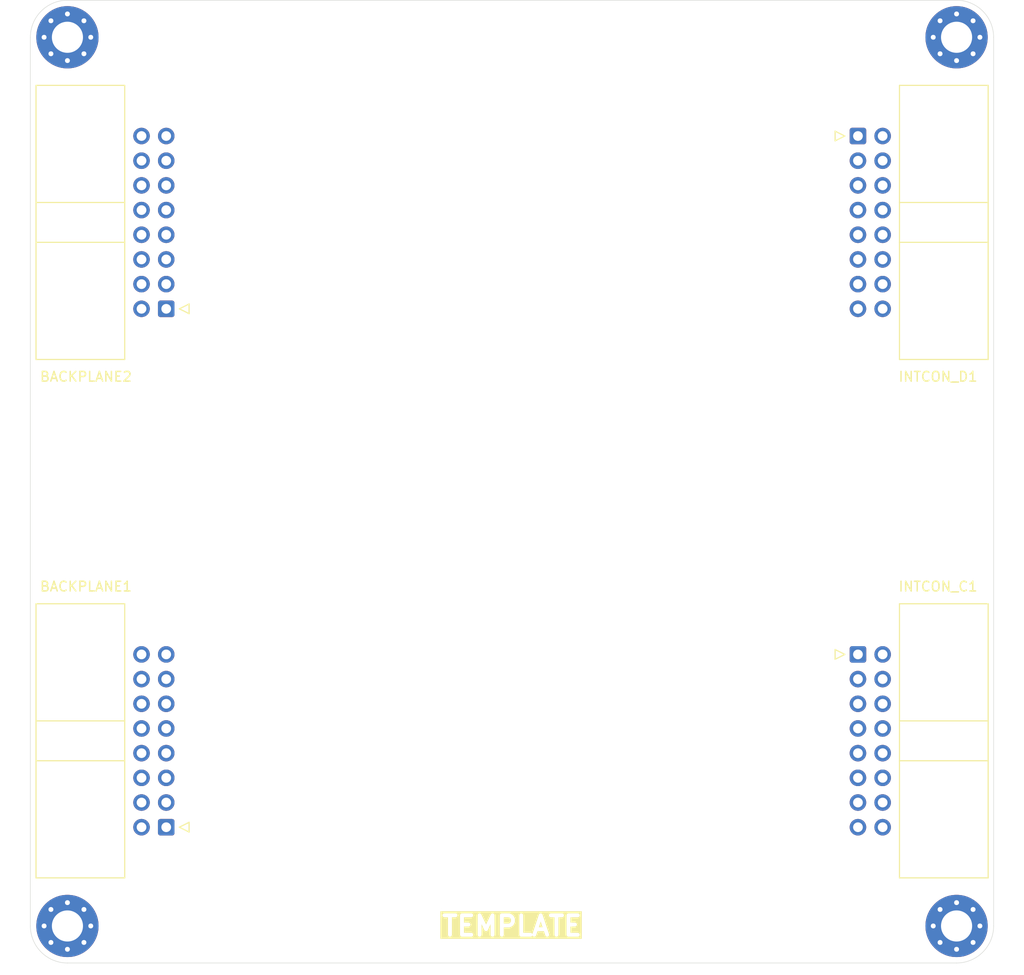
<source format=kicad_pcb>
(kicad_pcb (version 20241229) (generator "pcbnew") (generator_version "9.0")
  (title_block (title "Dual 8-Bit Register Unit") (date "2025-02-13") (rev "PC-01-A"))
  (layers (0 "F.Cu" signal) (2 "B.Cu" signal) (13 "F.Paste" user) (15 "B.Paste" user) (5 "F.SilkS" user "F.Silkscreen") (7 "B.SilkS" user "B.Silkscreen") (1 "F.Mask" user) (3 "B.Mask" user) (25 "Edge.Cuts" user))
  (net 0 "")
  (net 3 "/data3")
  (net 4 "GND")
  (net 5 "/data2")
  (net 6 "/clock")
  (net 7 "/data6")
  (net 8 "/data5")
  (net 9 "/data7")
  (net 10 "VCC")
  (net 11 "/data4")
  (net 12 "/data0")
  (net 13 "/data1")
  (net 14 "/~{enint}")
  (net 15 "/~{clock}")
  (net 16 "/~{disint}")
  (net 17 "/~{reset}")
  (net 18 "/~{halt}")
  (net 19 "/cmd_4")
  (net 20 "/continue")
  (net 21 "/flag_z")
  (net 22 "/step_0")
  (net 23 "/step_3")
  (net 24 "/cmd_3")
  (net 25 "/step_2")
  (net 26 "/cmd_6")
  (net 27 "/cmd_7")
  (net 28 "/cmd_5")
  (net 29 "/flag_c")
  (net 30 "/flag_s")
  (net 31 "/cmd_0")
  (net 32 "/cmd_2")
  (net 33 "/step_1")
  (net 34 "/cmd_1")
  (net 35 "/data_target_1")
  (net 36 "/address_1")
  (net 37 "/action_0")
  (net 38 "/data_source_0")
  (net 39 "/action_3")
  (net 40 "/data_source_1")
  (net 41 "/address_2")
  (net 42 "/data_target_0")
  (net 43 "/data_target_2")
  (net 44 "/data_source_2")
  (net 45 "/action_2")
  (net 46 "/action_1")
  (net 47 "/data_source_3")
  (net 48 "/address_0")
  (net 49 "/action_4")
  (net 50 "/F_{sign}")
  (net 51 "/F_{zero}")
  (net 52 "/F_{carry}")
  (footprint "Connector_IDC:IDC-Header_2x08_P2.54mm_Horizontal" (layer "F.Cu") (at 54.61 54.61 180)
    (property "Reference" "BACKPLANE2" (at 8.255 -6.985 0) (layer "F.SilkS"))
    (property "Value" "Conn_01x16")
    (fp_line (start 13.39 22.99) (end 4.27 22.99) (stroke (width 0.12)) (layer "F.SilkS"))
    (fp_line (start 13.39 -5.21) (end 13.39 22.99) (stroke (width 0.12)) (layer "F.SilkS"))
    (fp_line (start 4.27 22.99) (end 4.27 -5.21) (stroke (width 0.12)) (layer "F.SilkS"))
    (fp_line (start 4.27 10.94) (end 13.39 10.94) (stroke (width 0.12)) (layer "F.SilkS"))
    (fp_line (start 4.27 6.84) (end 13.39 6.84) (stroke (width 0.12)) (layer "F.SilkS"))
    (fp_line (start 4.27 -5.21) (end 13.39 -5.21) (stroke (width 0.12)) (layer "F.SilkS"))
    (fp_line (start -1.35 0) (end -2.35 -0.5) (stroke (width 0.12)) (layer "F.SilkS"))
    (fp_line (start -2.35 0.5) (end -1.35 0) (stroke (width 0.12)) (layer "F.SilkS"))
    (fp_line (start -2.35 -0.5) (end -2.35 0.5) (stroke (width 0.12)) (layer "F.SilkS"))
    (pad "1" thru_hole roundrect (at 0 0 180) (size 1.7 1.7) (drill 1) (layers "*.Cu" "*.Mask") (roundrect_rratio 0.147059) (net 31 "/cmd_0"))
    (pad "2" thru_hole circle (at 2.54 0 180) (size 1.7 1.7) (drill 1) (layers "*.Cu" "*.Mask") (net 34 "/cmd_1"))
    (pad "3" thru_hole circle (at 0 2.54 180) (size 1.7 1.7) (drill 1) (layers "*.Cu" "*.Mask") (net 32 "/cmd_2"))
    (pad "4" thru_hole circle (at 2.54 2.54 180) (size 1.7 1.7) (drill 1) (layers "*.Cu" "*.Mask") (net 24 "/cmd_3"))
    (pad "5" thru_hole circle (at 0 5.08 180) (size 1.7 1.7) (drill 1) (layers "*.Cu" "*.Mask") (net 19 "/cmd_4"))
    (pad "6" thru_hole circle (at 2.54 5.08 180) (size 1.7 1.7) (drill 1) (layers "*.Cu" "*.Mask") (net 28 "/cmd_5"))
    (pad "7" thru_hole circle (at 0 7.62 180) (size 1.7 1.7) (drill 1) (layers "*.Cu" "*.Mask") (net 26 "/cmd_6"))
    (pad "8" thru_hole circle (at 2.54 7.62 180) (size 1.7 1.7) (drill 1) (layers "*.Cu" "*.Mask") (net 27 "/cmd_7"))
    (pad "9" thru_hole circle (at 0 10.16 180) (size 1.7 1.7) (drill 1) (layers "*.Cu" "*.Mask") (net 22 "/step_0"))
    (pad "10" thru_hole circle (at 2.54 10.16 180) (size 1.7 1.7) (drill 1) (layers "*.Cu" "*.Mask") (net 33 "/step_1"))
    (pad "11" thru_hole circle (at 0 12.7 180) (size 1.7 1.7) (drill 1) (layers "*.Cu" "*.Mask") (net 25 "/step_2"))
    (pad "12" thru_hole circle (at 2.54 12.7 180) (size 1.7 1.7) (drill 1) (layers "*.Cu" "*.Mask") (net 23 "/step_3"))
    (pad "13" thru_hole circle (at 0 15.24 180) (size 1.7 1.7) (drill 1) (layers "*.Cu" "*.Mask") (net 29 "/flag_c"))
    (pad "14" thru_hole circle (at 2.54 15.24 180) (size 1.7 1.7) (drill 1) (layers "*.Cu" "*.Mask") (net 21 "/flag_z"))
    (pad "15" thru_hole circle (at 0 17.78 180) (size 1.7 1.7) (drill 1) (layers "*.Cu" "*.Mask") (net 30 "/flag_s"))
    (pad "16" thru_hole circle (at 2.54 17.78 180) (size 1.7 1.7) (drill 1) (layers "*.Cu" "*.Mask") (net 20 "/continue"))
  )
  (footprint "MountingHole:MountingHole_3.2mm_M3_Pad_Via" (layer "F.Cu") (at 135.89 118.11)
    (property "Reference" "H3" (hide yes))
    (property "Value" "MountingHole_Pad")
    (pad "1" thru_hole circle (at -2.4 0) (size 0.8 0.8) (drill 0.5) (layers "*.Cu" "*.Mask") (net 4 "GND"))
    (pad "1" thru_hole circle (at -1.697056 -1.697056) (size 0.8 0.8) (drill 0.5) (layers "*.Cu" "*.Mask") (net 4 "GND"))
    (pad "1" thru_hole circle (at -1.697056 1.697056) (size 0.8 0.8) (drill 0.5) (layers "*.Cu" "*.Mask") (net 4 "GND"))
    (pad "1" thru_hole circle (at 0 -2.4) (size 0.8 0.8) (drill 0.5) (layers "*.Cu" "*.Mask") (net 4 "GND"))
    (pad "1" thru_hole circle (at 0 0) (size 6.4 6.4) (drill 3.2) (layers "*.Cu" "*.Mask") (net 4 "GND"))
    (pad "1" thru_hole circle (at 0 2.4) (size 0.8 0.8) (drill 0.5) (layers "*.Cu" "*.Mask") (net 4 "GND"))
    (pad "1" thru_hole circle (at 1.697056 -1.697056) (size 0.8 0.8) (drill 0.5) (layers "*.Cu" "*.Mask") (net 4 "GND"))
    (pad "1" thru_hole circle (at 1.697056 1.697056) (size 0.8 0.8) (drill 0.5) (layers "*.Cu" "*.Mask") (net 4 "GND"))
    (pad "1" thru_hole circle (at 2.4 0) (size 0.8 0.8) (drill 0.5) (layers "*.Cu" "*.Mask") (net 4 "GND"))
  )
  (footprint "Connector_IDC:IDC-Header_2x08_P2.54mm_Horizontal" (layer "F.Cu") (at 54.61 107.95 180)
    (property "Reference" "BACKPLANE1" (at 8.255 24.765 0) (layer "F.SilkS"))
    (property "Value" "Conn_01x16")
    (fp_line (start 13.39 22.99) (end 4.27 22.99) (stroke (width 0.12)) (layer "F.SilkS"))
    (fp_line (start 13.39 -5.21) (end 13.39 22.99) (stroke (width 0.12)) (layer "F.SilkS"))
    (fp_line (start 4.27 22.99) (end 4.27 -5.21) (stroke (width 0.12)) (layer "F.SilkS"))
    (fp_line (start 4.27 10.94) (end 13.39 10.94) (stroke (width 0.12)) (layer "F.SilkS"))
    (fp_line (start 4.27 6.84) (end 13.39 6.84) (stroke (width 0.12)) (layer "F.SilkS"))
    (fp_line (start 4.27 -5.21) (end 13.39 -5.21) (stroke (width 0.12)) (layer "F.SilkS"))
    (fp_line (start -1.35 0) (end -2.35 -0.5) (stroke (width 0.12)) (layer "F.SilkS"))
    (fp_line (start -2.35 0.5) (end -1.35 0) (stroke (width 0.12)) (layer "F.SilkS"))
    (fp_line (start -2.35 -0.5) (end -2.35 0.5) (stroke (width 0.12)) (layer "F.SilkS"))
    (pad "1" thru_hole roundrect (at 0 0 180) (size 1.7 1.7) (drill 1) (layers "*.Cu" "*.Mask") (roundrect_rratio 0.147059) (net 6 "/clock"))
    (pad "2" thru_hole circle (at 2.54 0 180) (size 1.7 1.7) (drill 1) (layers "*.Cu" "*.Mask") (net 15 "/~{clock}"))
    (pad "3" thru_hole circle (at 0 2.54 180) (size 1.7 1.7) (drill 1) (layers "*.Cu" "*.Mask") (net 17 "/~{reset}"))
    (pad "4" thru_hole circle (at 2.54 2.54 180) (size 1.7 1.7) (drill 1) (layers "*.Cu" "*.Mask") (net 18 "/~{halt}"))
    (pad "5" thru_hole circle (at 0 5.08 180) (size 1.7 1.7) (drill 1) (layers "*.Cu" "*.Mask") (net 14 "/~{enint}"))
    (pad "6" thru_hole circle (at 2.54 5.08 180) (size 1.7 1.7) (drill 1) (layers "*.Cu" "*.Mask") (net 16 "/~{disint}"))
    (pad "7" thru_hole circle (at 0 7.62 180) (size 1.7 1.7) (drill 1) (layers "*.Cu" "*.Mask"))
    (pad "8" thru_hole circle (at 2.54 7.62 180) (size 1.7 1.7) (drill 1) (layers "*.Cu" "*.Mask"))
    (pad "9" thru_hole circle (at 0 10.16 180) (size 1.7 1.7) (drill 1) (layers "*.Cu" "*.Mask") (net 10 "VCC"))
    (pad "10" thru_hole circle (at 2.54 10.16 180) (size 1.7 1.7) (drill 1) (layers "*.Cu" "*.Mask") (net 10 "VCC"))
    (pad "11" thru_hole circle (at 0 12.7 180) (size 1.7 1.7) (drill 1) (layers "*.Cu" "*.Mask") (net 10 "VCC"))
    (pad "12" thru_hole circle (at 2.54 12.7 180) (size 1.7 1.7) (drill 1) (layers "*.Cu" "*.Mask") (net 10 "VCC"))
    (pad "13" thru_hole circle (at 0 15.24 180) (size 1.7 1.7) (drill 1) (layers "*.Cu" "*.Mask") (net 4 "GND"))
    (pad "14" thru_hole circle (at 2.54 15.24 180) (size 1.7 1.7) (drill 1) (layers "*.Cu" "*.Mask") (net 4 "GND"))
    (pad "15" thru_hole circle (at 0 17.78 180) (size 1.7 1.7) (drill 1) (layers "*.Cu" "*.Mask") (net 4 "GND"))
    (pad "16" thru_hole circle (at 2.54 17.78 180) (size 1.7 1.7) (drill 1) (layers "*.Cu" "*.Mask") (net 4 "GND"))
  )
  (footprint "MountingHole:MountingHole_3.2mm_M3_Pad_Via" (layer "F.Cu") (at 44.45 26.67)
    (property "Reference" "H1" (hide yes))
    (property "Value" "MountingHole_Pad")
    (pad "1" thru_hole circle (at -2.4 0) (size 0.8 0.8) (drill 0.5) (layers "*.Cu" "*.Mask") (net 4 "GND"))
    (pad "1" thru_hole circle (at -1.697056 -1.697056) (size 0.8 0.8) (drill 0.5) (layers "*.Cu" "*.Mask") (net 4 "GND"))
    (pad "1" thru_hole circle (at -1.697056 1.697056) (size 0.8 0.8) (drill 0.5) (layers "*.Cu" "*.Mask") (net 4 "GND"))
    (pad "1" thru_hole circle (at 0 -2.4) (size 0.8 0.8) (drill 0.5) (layers "*.Cu" "*.Mask") (net 4 "GND"))
    (pad "1" thru_hole circle (at 0 0) (size 6.4 6.4) (drill 3.2) (layers "*.Cu" "*.Mask") (net 4 "GND"))
    (pad "1" thru_hole circle (at 0 2.4) (size 0.8 0.8) (drill 0.5) (layers "*.Cu" "*.Mask") (net 4 "GND"))
    (pad "1" thru_hole circle (at 1.697056 -1.697056) (size 0.8 0.8) (drill 0.5) (layers "*.Cu" "*.Mask") (net 4 "GND"))
    (pad "1" thru_hole circle (at 1.697056 1.697056) (size 0.8 0.8) (drill 0.5) (layers "*.Cu" "*.Mask") (net 4 "GND"))
    (pad "1" thru_hole circle (at 2.4 0) (size 0.8 0.8) (drill 0.5) (layers "*.Cu" "*.Mask") (net 4 "GND"))
  )
  (footprint "Connector_IDC:IDC-Header_2x08_P2.54mm_Horizontal" (layer "F.Cu") (at 125.7475 36.83)
    (property "Reference" "INTCON_D1" (at 8.2375 24.765 0) (layer "F.SilkS"))
    (property "Value" "Conn_01x16")
    (fp_line (start -2.35 -0.5) (end -2.35 0.5) (stroke (width 0.12)) (layer "F.SilkS"))
    (fp_line (start -2.35 0.5) (end -1.35 0) (stroke (width 0.12)) (layer "F.SilkS"))
    (fp_line (start -1.35 0) (end -2.35 -0.5) (stroke (width 0.12)) (layer "F.SilkS"))
    (fp_line (start 4.27 -5.21) (end 13.39 -5.21) (stroke (width 0.12)) (layer "F.SilkS"))
    (fp_line (start 4.27 6.84) (end 13.39 6.84) (stroke (width 0.12)) (layer "F.SilkS"))
    (fp_line (start 4.27 10.94) (end 13.39 10.94) (stroke (width 0.12)) (layer "F.SilkS"))
    (fp_line (start 4.27 22.99) (end 4.27 -5.21) (stroke (width 0.12)) (layer "F.SilkS"))
    (fp_line (start 13.39 -5.21) (end 13.39 22.99) (stroke (width 0.12)) (layer "F.SilkS"))
    (fp_line (start 13.39 22.99) (end 4.27 22.99) (stroke (width 0.12)) (layer "F.SilkS"))
    (pad "1" thru_hole roundrect (at 0 0) (size 1.7 1.7) (drill 1) (layers "*.Cu" "*.Mask") (roundrect_rratio 0.147059) (net 12 "/data0"))
    (pad "2" thru_hole circle (at 2.54 0) (size 1.7 1.7) (drill 1) (layers "*.Cu" "*.Mask") (net 13 "/data1"))
    (pad "3" thru_hole circle (at 0 2.54) (size 1.7 1.7) (drill 1) (layers "*.Cu" "*.Mask") (net 5 "/data2"))
    (pad "4" thru_hole circle (at 2.54 2.54) (size 1.7 1.7) (drill 1) (layers "*.Cu" "*.Mask") (net 3 "/data3"))
    (pad "5" thru_hole circle (at 0 5.08) (size 1.7 1.7) (drill 1) (layers "*.Cu" "*.Mask") (net 11 "/data4"))
    (pad "6" thru_hole circle (at 2.54 5.08) (size 1.7 1.7) (drill 1) (layers "*.Cu" "*.Mask") (net 8 "/data5"))
    (pad "7" thru_hole circle (at 0 7.62) (size 1.7 1.7) (drill 1) (layers "*.Cu" "*.Mask") (net 7 "/data6"))
    (pad "8" thru_hole circle (at 2.54 7.62) (size 1.7 1.7) (drill 1) (layers "*.Cu" "*.Mask") (net 9 "/data7"))
    (pad "9" thru_hole circle (at 0 10.16) (size 1.7 1.7) (drill 1) (layers "*.Cu" "*.Mask") (net 52 "/F_{carry}"))
    (pad "10" thru_hole circle (at 2.54 10.16) (size 1.7 1.7) (drill 1) (layers "*.Cu" "*.Mask") (net 51 "/F_{zero}"))
    (pad "11" thru_hole circle (at 0 12.7) (size 1.7 1.7) (drill 1) (layers "*.Cu" "*.Mask") (net 50 "/F_{sign}"))
    (pad "12" thru_hole circle (at 2.54 12.7) (size 1.7 1.7) (drill 1) (layers "*.Cu" "*.Mask") (net 17 "/~{reset}"))
    (pad "13" thru_hole circle (at 0 15.24) (size 1.7 1.7) (drill 1) (layers "*.Cu" "*.Mask") (net 10 "VCC"))
    (pad "14" thru_hole circle (at 2.54 15.24) (size 1.7 1.7) (drill 1) (layers "*.Cu" "*.Mask") (net 10 "VCC"))
    (pad "15" thru_hole circle (at 0 17.78) (size 1.7 1.7) (drill 1) (layers "*.Cu" "*.Mask") (net 4 "GND"))
    (pad "16" thru_hole circle (at 2.54 17.78) (size 1.7 1.7) (drill 1) (layers "*.Cu" "*.Mask") (net 4 "GND"))
  )
  (footprint "MountingHole:MountingHole_3.2mm_M3_Pad_Via" (layer "F.Cu") (at 135.89 26.67)
    (property "Reference" "H2" (hide yes))
    (property "Value" "MountingHole_Pad")
    (pad "1" thru_hole circle (at -2.4 0) (size 0.8 0.8) (drill 0.5) (layers "*.Cu" "*.Mask") (net 4 "GND"))
    (pad "1" thru_hole circle (at -1.697056 -1.697056) (size 0.8 0.8) (drill 0.5) (layers "*.Cu" "*.Mask") (net 4 "GND"))
    (pad "1" thru_hole circle (at -1.697056 1.697056) (size 0.8 0.8) (drill 0.5) (layers "*.Cu" "*.Mask") (net 4 "GND"))
    (pad "1" thru_hole circle (at 0 -2.4) (size 0.8 0.8) (drill 0.5) (layers "*.Cu" "*.Mask") (net 4 "GND"))
    (pad "1" thru_hole circle (at 0 0) (size 6.4 6.4) (drill 3.2) (layers "*.Cu" "*.Mask") (net 4 "GND"))
    (pad "1" thru_hole circle (at 0 2.4) (size 0.8 0.8) (drill 0.5) (layers "*.Cu" "*.Mask") (net 4 "GND"))
    (pad "1" thru_hole circle (at 1.697056 -1.697056) (size 0.8 0.8) (drill 0.5) (layers "*.Cu" "*.Mask") (net 4 "GND"))
    (pad "1" thru_hole circle (at 1.697056 1.697056) (size 0.8 0.8) (drill 0.5) (layers "*.Cu" "*.Mask") (net 4 "GND"))
    (pad "1" thru_hole circle (at 2.4 0) (size 0.8 0.8) (drill 0.5) (layers "*.Cu" "*.Mask") (net 4 "GND"))
  )
  (footprint "MountingHole:MountingHole_3.2mm_M3_Pad_Via" (layer "F.Cu") (at 44.45 118.11)
    (property "Reference" "H4" (hide yes))
    (property "Value" "MountingHole_Pad")
    (pad "1" thru_hole circle (at -2.4 0) (size 0.8 0.8) (drill 0.5) (layers "*.Cu" "*.Mask") (net 4 "GND"))
    (pad "1" thru_hole circle (at -1.697056 -1.697056) (size 0.8 0.8) (drill 0.5) (layers "*.Cu" "*.Mask") (net 4 "GND"))
    (pad "1" thru_hole circle (at -1.697056 1.697056) (size 0.8 0.8) (drill 0.5) (layers "*.Cu" "*.Mask") (net 4 "GND"))
    (pad "1" thru_hole circle (at 0 -2.4) (size 0.8 0.8) (drill 0.5) (layers "*.Cu" "*.Mask") (net 4 "GND"))
    (pad "1" thru_hole circle (at 0 0) (size 6.4 6.4) (drill 3.2) (layers "*.Cu" "*.Mask") (net 4 "GND"))
    (pad "1" thru_hole circle (at 0 2.4) (size 0.8 0.8) (drill 0.5) (layers "*.Cu" "*.Mask") (net 4 "GND"))
    (pad "1" thru_hole circle (at 1.697056 -1.697056) (size 0.8 0.8) (drill 0.5) (layers "*.Cu" "*.Mask") (net 4 "GND"))
    (pad "1" thru_hole circle (at 1.697056 1.697056) (size 0.8 0.8) (drill 0.5) (layers "*.Cu" "*.Mask") (net 4 "GND"))
    (pad "1" thru_hole circle (at 2.4 0) (size 0.8 0.8) (drill 0.5) (layers "*.Cu" "*.Mask") (net 4 "GND"))
  )
  (footprint "Connector_IDC:IDC-Header_2x08_P2.54mm_Horizontal" (layer "F.Cu") (at 125.7475 90.17)
    (property "Reference" "INTCON_C1" (at 8.2375 -6.985 0) (layer "F.SilkS"))
    (property "Value" "Conn_01x16")
    (fp_line (start -2.35 -0.5) (end -2.35 0.5) (stroke (width 0.12)) (layer "F.SilkS"))
    (fp_line (start -2.35 0.5) (end -1.35 0) (stroke (width 0.12)) (layer "F.SilkS"))
    (fp_line (start -1.35 0) (end -2.35 -0.5) (stroke (width 0.12)) (layer "F.SilkS"))
    (fp_line (start 4.27 -5.21) (end 13.39 -5.21) (stroke (width 0.12)) (layer "F.SilkS"))
    (fp_line (start 4.27 6.84) (end 13.39 6.84) (stroke (width 0.12)) (layer "F.SilkS"))
    (fp_line (start 4.27 10.94) (end 13.39 10.94) (stroke (width 0.12)) (layer "F.SilkS"))
    (fp_line (start 4.27 22.99) (end 4.27 -5.21) (stroke (width 0.12)) (layer "F.SilkS"))
    (fp_line (start 13.39 -5.21) (end 13.39 22.99) (stroke (width 0.12)) (layer "F.SilkS"))
    (fp_line (start 13.39 22.99) (end 4.27 22.99) (stroke (width 0.12)) (layer "F.SilkS"))
    (pad "1" thru_hole roundrect (at 0 0) (size 1.7 1.7) (drill 1) (layers "*.Cu" "*.Mask") (roundrect_rratio 0.147059) (net 38 "/data_source_0"))
    (pad "2" thru_hole circle (at 2.54 0) (size 1.7 1.7) (drill 1) (layers "*.Cu" "*.Mask") (net 40 "/data_source_1"))
    (pad "3" thru_hole circle (at 0 2.54) (size 1.7 1.7) (drill 1) (layers "*.Cu" "*.Mask") (net 44 "/data_source_2"))
    (pad "4" thru_hole circle (at 2.54 2.54) (size 1.7 1.7) (drill 1) (layers "*.Cu" "*.Mask") (net 47 "/data_source_3"))
    (pad "5" thru_hole circle (at 0 5.08) (size 1.7 1.7) (drill 1) (layers "*.Cu" "*.Mask") (net 42 "/data_target_0"))
    (pad "6" thru_hole circle (at 2.54 5.08) (size 1.7 1.7) (drill 1) (layers "*.Cu" "*.Mask") (net 35 "/data_target_1"))
    (pad "7" thru_hole circle (at 0 7.62) (size 1.7 1.7) (drill 1) (layers "*.Cu" "*.Mask") (net 43 "/data_target_2"))
    (pad "8" thru_hole circle (at 2.54 7.62) (size 1.7 1.7) (drill 1) (layers "*.Cu" "*.Mask") (net 6 "/clock"))
    (pad "9" thru_hole circle (at 0 10.16) (size 1.7 1.7) (drill 1) (layers "*.Cu" "*.Mask") (net 37 "/action_0"))
    (pad "10" thru_hole circle (at 2.54 10.16) (size 1.7 1.7) (drill 1) (layers "*.Cu" "*.Mask") (net 46 "/action_1"))
    (pad "11" thru_hole circle (at 0 12.7) (size 1.7 1.7) (drill 1) (layers "*.Cu" "*.Mask") (net 45 "/action_2"))
    (pad "12" thru_hole circle (at 2.54 12.7) (size 1.7 1.7) (drill 1) (layers "*.Cu" "*.Mask") (net 39 "/action_3"))
    (pad "13" thru_hole circle (at 0 15.24) (size 1.7 1.7) (drill 1) (layers "*.Cu" "*.Mask") (net 49 "/action_4"))
    (pad "14" thru_hole circle (at 2.54 15.24) (size 1.7 1.7) (drill 1) (layers "*.Cu" "*.Mask") (net 48 "/address_0"))
    (pad "15" thru_hole circle (at 0 17.78) (size 1.7 1.7) (drill 1) (layers "*.Cu" "*.Mask") (net 36 "/address_1"))
    (pad "16" thru_hole circle (at 2.54 17.78) (size 1.7 1.7) (drill 1) (layers "*.Cu" "*.Mask") (net 41 "/address_2"))
  )
  (gr_line (start 139.7 26.67) (end 139.7 118.11) (stroke (width 0.05)) (layer "Edge.Cuts"))
  (gr_arc (start 135.89 22.86) (mid 138.584077 23.975923) (end 139.7 26.67) (stroke (width 0.05)) (layer "Edge.Cuts"))
  (gr_line (start 40.64 118.11) (end 40.64 26.67) (stroke (width 0.05)) (layer "Edge.Cuts"))
  (gr_line (start 44.45 22.86) (end 135.89 22.86) (stroke (width 0.05)) (layer "Edge.Cuts"))
  (gr_line (start 135.89 121.92) (end 44.45 121.92) (stroke (width 0.05)) (layer "Edge.Cuts"))
  (gr_arc (start 44.45 121.92) (mid 41.755923 120.804077) (end 40.64 118.11) (stroke (width 0.05)) (layer "Edge.Cuts"))
  (gr_arc (start 139.7 118.11) (mid 138.584077 120.804077) (end 135.89 121.92) (stroke (width 0.05)) (layer "Edge.Cuts"))
  (gr_arc (start 40.64 26.67) (mid 41.755923 23.975923) (end 44.45 22.86) (stroke (width 0.05)) (layer "Edge.Cuts"))
  (gr_text "TEMPLATE" (at 90.17 118.11 0) (layer "F.SilkS" knockout) (effects (font (size 2 2) (thickness 0.4) (bold yes))))
)
</source>
